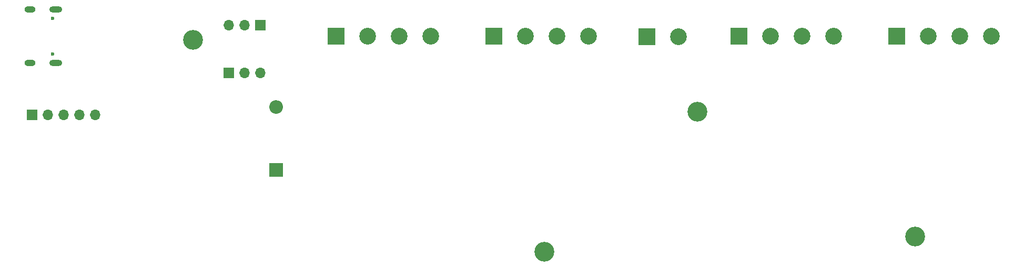
<source format=gbr>
G04 #@! TF.GenerationSoftware,KiCad,Pcbnew,7.0.0-da2b9df05c~171~ubuntu22.04.1*
G04 #@! TF.CreationDate,2023-04-03T14:13:22+02:00*
G04 #@! TF.ProjectId,pcb_esp32_wled_pwm_multichannel,7063625f-6573-4703-9332-5f776c65645f,rev?*
G04 #@! TF.SameCoordinates,Original*
G04 #@! TF.FileFunction,Soldermask,Bot*
G04 #@! TF.FilePolarity,Negative*
%FSLAX46Y46*%
G04 Gerber Fmt 4.6, Leading zero omitted, Abs format (unit mm)*
G04 Created by KiCad (PCBNEW 7.0.0-da2b9df05c~171~ubuntu22.04.1) date 2023-04-03 14:13:22*
%MOMM*%
%LPD*%
G01*
G04 APERTURE LIST*
%ADD10R,1.700000X1.700000*%
%ADD11O,1.700000X1.700000*%
%ADD12C,3.200000*%
%ADD13R,2.700000X2.700000*%
%ADD14C,2.700000*%
%ADD15R,2.200000X2.200000*%
%ADD16O,2.200000X2.200000*%
%ADD17C,0.600000*%
%ADD18O,1.800000X1.000000*%
%ADD19O,2.100000X1.000000*%
G04 APERTURE END LIST*
D10*
G04 #@! TO.C,J107*
X44449999Y-50391999D03*
D11*
X46989999Y-50391999D03*
X49529999Y-50391999D03*
G04 #@! TD*
D12*
G04 #@! TO.C,H103*
X95250000Y-79248000D03*
G04 #@! TD*
D11*
G04 #@! TO.C,J106*
X44464999Y-42671999D03*
X47004999Y-42671999D03*
D10*
X49544999Y-42671999D03*
G04 #@! TD*
D13*
G04 #@! TO.C,J104*
X151969999Y-44449999D03*
D14*
X157050000Y-44450000D03*
X162130000Y-44450000D03*
X167210000Y-44450000D03*
G04 #@! TD*
D12*
G04 #@! TO.C,H104*
X119888000Y-56642000D03*
G04 #@! TD*
D13*
G04 #@! TO.C,J103*
X126569999Y-44449999D03*
D14*
X131650000Y-44450000D03*
X136730000Y-44450000D03*
X141810000Y-44450000D03*
G04 #@! TD*
D13*
G04 #@! TO.C,J102*
X87139999Y-44449999D03*
D14*
X92220000Y-44450000D03*
X97300000Y-44450000D03*
X102380000Y-44450000D03*
G04 #@! TD*
D12*
G04 #@! TO.C,H102*
X154940000Y-76835000D03*
G04 #@! TD*
D15*
G04 #@! TO.C,D118*
X52069999Y-66039999D03*
D16*
X52069999Y-55879999D03*
G04 #@! TD*
D13*
G04 #@! TO.C,J101*
X61739999Y-44449999D03*
D14*
X66820000Y-44450000D03*
X71900000Y-44450000D03*
X76980000Y-44450000D03*
G04 #@! TD*
D10*
G04 #@! TO.C,J105*
X12781199Y-57149999D03*
D11*
X15321199Y-57149999D03*
X17861199Y-57149999D03*
X20401199Y-57149999D03*
X22941199Y-57149999D03*
G04 #@! TD*
D17*
G04 #@! TO.C,J109*
X16111200Y-47340000D03*
X16111200Y-41560000D03*
D18*
X12461199Y-48769999D03*
X12461199Y-40129999D03*
D19*
X16611199Y-48769999D03*
X16611199Y-40129999D03*
G04 #@! TD*
D13*
G04 #@! TO.C,J108*
X111735999Y-44501499D03*
D14*
X116816000Y-44501500D03*
G04 #@! TD*
D12*
G04 #@! TO.C,H101*
X38735000Y-45085000D03*
G04 #@! TD*
M02*

</source>
